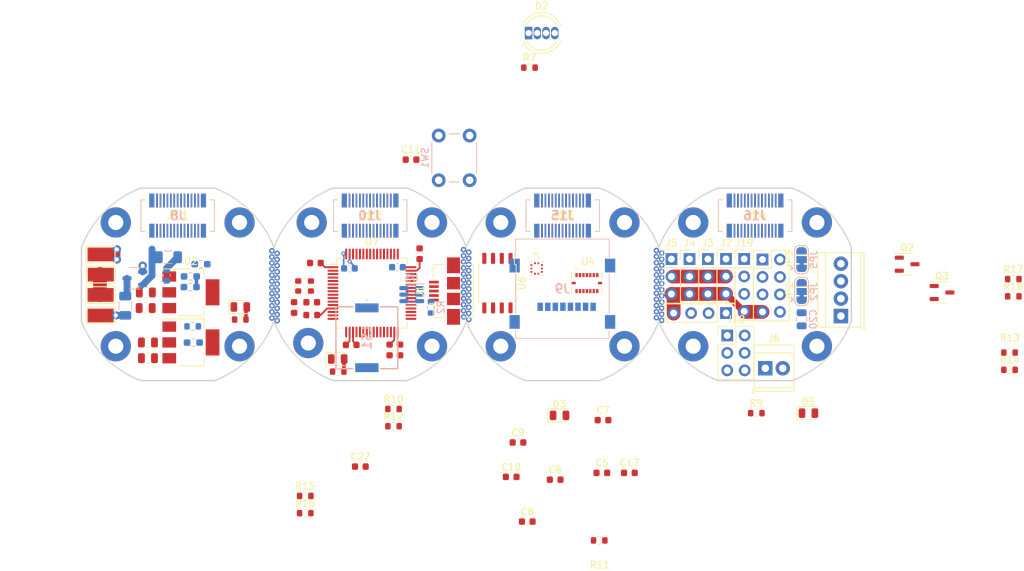
<source format=kicad_pcb>
(kicad_pcb (version 20221018) (generator pcbnew)
  (layers (0 "F.Cu" signal) (1 "In1.Cu" signal) (2 "In2.Cu" signal) (31 "B.Cu" signal) (34 "B.Paste" user) (35 "F.Paste" user) (36 "B.SilkS" user "B.Silkscreen") (37 "F.SilkS" user "F.Silkscreen") (38 "B.Mask" user) (39 "F.Mask" user) (44 "Edge.Cuts" user))
  (net 0 "")
  (net 1 "+12V")
  (net 2 "GND")
  (net 3 "+3V3")
  (net 4 "+5V")
  (net 5 "RESET")
  (net 6 "+3.3VA")
  (net 7 "Net-(U7-VCAP_2)")
  (net 8 "Net-(U7-VCAP_1)")
  (net 9 "VBUS")
  (net 10 "Net-(D3-A)")
  (net 11 "Net-(D4-A)")
  (net 12 "Net-(D5-A)")
  (net 13 "TOGGLED12V")
  (net 14 "Net-(Q1-D)")
  (net 15 "+12P")
  (net 16 "Net-(F2-Pad2)")
  (net 17 "USB CON D-")
  (net 18 "USB CON D+")
  (net 22 "CS SD")
  (net 23 "MOSI")
  (net 24 "SCK")
  (net 25 "MISO")
  (net 31 "BOOT0")
  (net 32 "USART2 TX")
  (net 33 "USART2 RX")
  (net 34 "SDA")
  (net 35 "SCL")
  (net 36 "SERVO1")
  (net 37 "SERVO2")
  (net 38 "SERVO3")
  (net 39 "SERVO4")
  (net 40 "ACCEL INT2")
  (net 41 "Net-(D2-K)")
  (net 42 "ACCEL INT1")
  (net 43 "P2 EN")
  (net 44 "GYRO INT3")
  (net 45 "PB14")
  (net 46 "GYRO INT4")
  (net 47 "PB15")
  (net 48 "BARO INT")
  (net 49 "BUZZER")
  (net 50 "Net-(U1-ADJ)")
  (net 51 "Net-(U2-ADJ)")
  (net 52 "Net-(R3-Pad2)")
  (net 53 "USB D+")
  (net 54 "USB D-")
  (net 57 "FLASH CS")
  (net 61 "OSCIN")
  (net 65 "BATT SENSE")
  (net 67 "SERVOPOWER")
  (net 78 "LED BLUE")
  (net 79 "LED GREEN")
  (net 80 "LED RED")
  (net 84 "Net-(Q2-D)")
  (net 85 "P1 EN")
  (net 86 "Net-(Q3-D)")
  (net 87 "P2-")
  (net 88 "P1-")
  (net 89 "SPI POWER")
  (net 90 "I2C POWER")
  (net 91 "UART POWER")
  (net 92 "ARM+")
  (net 93 "+BATT")
  (net 94 "PC8")
  (net 95 "Net-(D6-A)")
  (footprint "MountingHole:MountingHole_2.2mm_M2_Pad" (layer "F.Cu") (at 130.25 111.064835)
    (fp_text reference "H2")
    (fp_text value "MountingHole_Pad")
  )
  (footprint "LED_SMD:LED_0805_2012Metric" (layer "F.Cu") (at 185.0113 120.8024)
    (fp_text reference "D5")
    (fp_text value "LED")
  )
  (footprint "TestPoint:TestPoint_Keystone_5019_Minature" (layer "F.Cu") (at 82.0674 100.6602)
    (fp_text reference "TP1")
    (fp_text value "Connector")
  )
  (footprint "SamacSys_Parts:AXK5S30347YG" (layer "F.Cu") (at 177.25 92.064835)
    (fp_text reference "J14")
    (fp_text value "BOARDTOBOARDF" hide)
  )
  (footprint "Capacitor_SMD:C_0603_1608Metric" (layer "F.Cu") (at 155.1302 121.8184)
    (fp_text reference "C7")
    (fp_text value "0.1uf")
  )
  (footprint "MountingHole:MountingHole_2.2mm_M2_Pad" (layer "F.Cu") (at 130.25 93.064835)
    (fp_text reference "H4")
    (fp_text value "MountingHole_Pad")
  )
  (footprint "Capacitor_SMD:C_0603_1608Metric" (layer "F.Cu") (at 119.8248 128.5748)
    (fp_text reference "C27")
    (fp_text value "100nf")
  )
  (footprint "Capacitor_SMD:C_0603_1608Metric" (layer "F.Cu") (at 124.079 111.6076 -90)
    (fp_text reference "C29")
    (fp_text value "2u2")
  )
  (footprint "Capacitor_SMD:C_0603_1608Metric" (layer "F.Cu") (at 148.1712 130.4798)
    (fp_text reference "C6")
    (fp_text value "0.1uf")
  )
  (footprint "MountingHole:MountingHole_2.2mm_M2_Pad" (layer "F.Cu") (at 140.25 111.064835)
    (fp_text reference "H7")
    (fp_text value "MountingHole_Pad")
  )
  (footprint "MountingHole:MountingHole_2.2mm_M2_Pad" (layer "F.Cu") (at 158.25 93.064835)
    (fp_text reference "H6")
    (fp_text value "MountingHole_Pad")
  )
  (footprint "Resistor_SMD:R_0603_1608Metric" (layer "F.Cu") (at 124.65 122.7074)
    (fp_text reference "R12")
    (fp_text value "6k")
  )
  (footprint "Jumper:SolderJumper-3_P1.3mm_Bridged12_RoundedPad1.0x1.5mm" (layer "F.Cu") (at 184.023 98.4712 90)
    (fp_text reference "JP3")
    (fp_text value "UART POWER")
  )
  (footprint "MountingHole:MountingHole_2.2mm_M2_Pad" (layer "F.Cu") (at 84.25 93.064835)
    (fp_text reference "H13")
    (fp_text value "MountingHole_Pad")
  )
  (footprint "Capacitor_SMD:C_0805_2012Metric" (layer "F.Cu") (at 88.6206 103.251 180)
    (fp_text reference "C4")
    (fp_text value "1uf")
  )
  (footprint "MountingHole:MountingHole_2.2mm_M2_Pad" (layer "F.Cu") (at 112.75 93.064835)
    (fp_text reference "H1")
    (fp_text value "MountingHole_Pad")
  )
  (footprint "Capacitor_SMD:C_0603_1608Metric" (layer "F.Cu") (at 112.7506 104.6734 180)
    (fp_text reference "C19")
    (fp_text value "0.1uf")
  )
  (footprint "Resistor_SMD:R_0603_1608Metric" (layer "F.Cu") (at 116.6114 114.7572 180)
    (fp_text reference "R8")
    (fp_text value "470")
  )
  (footprint "Capacitor_SMD:C_0603_1608Metric" (layer "F.Cu") (at 144.1066 136.5758)
    (fp_text reference "C8")
    (fp_text value "0.1uf")
  )
  (footprint "Jumper:SolderJumper-3_P1.3mm_Bridged12_RoundedPad1.0x1.5mm" (layer "F.Cu") (at 184.023 103.1032 90)
    (fp_text reference "JP1")
    (fp_text value "Servo Power")
  )
  (footprint "Connector_PinHeader_2.54mm:PinHeader_1x03_P2.54mm_Vertical" (layer "F.Cu") (at 165.0746 98.3892)
    (fp_text reference "J5")
    (fp_text value "Servo4")
  )
  (footprint "Package_TO_SOT_SMD:SOT-23-3" (layer "F.Cu") (at 199.3701 99.1362)
    (fp_text reference "Q2")
    (fp_text value "Q_NMOS_GSD")
  )
  (footprint "LED_THT:LED_D5.0mm-4_RGB" (layer "F.Cu") (at 144.2974 65.5066)
    (fp_text reference "D2")
    (fp_text value "LED_GKRB")
  )
  (footprint "Package_TO_SOT_SMD:SOT-23-3" (layer "F.Cu") (at 204.4501 103.251)
    (fp_text reference "Q3")
    (fp_text value "Q_NMOS_GSD")
  )
  (footprint "Oscillator:Oscillator_SMD_ECS_2520MV-xxx-xx-4Pin_2.5x2.0mm" (layer "F.Cu") (at 111.7092 102.3112 90)
    (fp_text reference "X1")
    (fp_text value "ECS-2520MV-xxx-xx")
  )
  (footprint "Connector_PinHeader_2.54mm:PinHeader_1x03_P2.54mm_Vertical" (layer "F.Cu") (at 173.0248 98.3638)
    (fp_text reference "J2")
    (fp_text value "Servo1")
  )
  (footprint "Resistor_SMD:R_0603_1608Metric" (layer "F.Cu") (at 154.5722 139.319)
    (fp_text reference "R11")
    (fp_text value "470")
  )
  (footprint "Capacitor_SMD:C_0603_1608Metric" (layer "F.Cu") (at 141.7698 130.0734)
    (fp_text reference "C10")
    (fp_text value "0.1uf")
  )
  (footprint "Capacitor_SMD:C_0805_2012Metric" (layer "F.Cu") (at 88.9254 110.5154 180)
    (fp_text reference "C3")
    (fp_text value "1uf")
  )
  (footprint "SamacSys_Parts:AXK5S30347YG" (layer "F.Cu") (at 93.25 92.064835)
    (fp_text reference "J11")
    (fp_text value "BOARDTOBOARDF" hide)
  )
  (footprint "MountingHole:MountingHole_2.2mm_M2_Pad" (layer "F.Cu") (at 102.25 111.064835)
    (fp_text reference "H15")
    (fp_text value "MountingHole_Pad")
  )
  (footprint "Resistor_SMD:R_0603_1608Metric" (layer "F.Cu") (at 124.65 120.1974)
    (fp_text reference "R10")
    (fp_text value "20k")
  )
  (footprint "Capacitor_SMD:C_0603_1608Metric" (layer "F.Cu") (at 128.4478 97.6122 90)
    (fp_text reference "C28")
    (fp_text value "2u2")
  )
  (footprint "Resistor_SMD:R_0603_1608Metric" (layer "F.Cu") (at 214.2622 111.9932)
    (fp_text reference "R13")
    (fp_text value "470")
  )
  (footprint "Capacitor_SMD:C_0603_1608Metric" (layer "F.Cu") (at 113.284 98.9584)
    (fp_text reference "C15")
    (fp_text value "100nf")
  )
  (footprint "Connector_PinHeader_2.54mm:PinHeader_2x04_P2.54mm_Vertical" (layer "F.Cu") (at 178.3334 98.4504)
    (fp_text reference "J17")
    (fp_text value "Conn_02x04_Odd_Even")
  )
  (footprint "SnapEDA Library:XDCR_BMP390L" (layer "F.Cu") (at 145.4776 99.757535)
    (fp_text reference "U5")
    (fp_text value "BMP390L")
  )
  (footprint "Connector_PinHeader_2.54mm:PinHeader_1x03_P2.54mm_Vertical" (layer "F.Cu") (at 167.7162 98.3892)
    (fp_text reference "J4")
    (fp_text value "Servo3")
  )
  (footprint "MountingHole:MountingHole_2.2mm_M2_Pad" (layer "F.Cu") (at 112.25 110.603835)
    (fp_text reference "H3")
    (fp_text value "MountingHole_Pad")
  )
  (footprint "Connector_PinHeader_2.54mm:PinHeader_1x04_P2.54mm_Vertical" (layer "F.Cu") (at 175.6664 98.3742)
    (fp_text reference "J19")
    (fp_text value "I2C HEADER")
  )
  (footprint "Resistor_SMD:R_0603_1608Metric" (layer "F.Cu") (at 214.2622 114.5032)
    (fp_text reference "R14")
    (fp_text value "10")
  )
  (footprint "LED_SMD:LED_0805_2012Metric" (layer "F.Cu") (at 148.7955 121.1326)
    (fp_text reference "D3")
    (fp_text value "LED")
  )
  (footprint "TestPoint:TestPoint_Keystone_5019_Minature" (layer "F.Cu") (at 82.042 97.7138)
    (fp_text reference "TP2")
    (fp_text value "Connector")
  )
  (footprint "Capacitor_SMD:C_0805_2012Metric" (layer "F.Cu") (at 88.5952 105.5116 180)
    (fp_text reference "C2")
    (fp_text value "0.1uf")
  )
  (footprint "MountingHole:MountingHole_2.2mm_M2_Pad" (layer "F.Cu") (at 102.25 93.064835)
    (fp_text reference "H14")
    (fp_text value "MountingHole_Pad")
  )
  (footprint "SnapEDA Library:PQFN50P450X300X100-16N" (layer "F.Cu") (at 152.781 101.8794)
    (fp_text reference "U4")
    (fp_text value "BMI088")
  )
  (footprint "SamacSys_Parts:AXK5S30347YG" (layer "F.Cu") (at 121.25 92.064835)
    (fp_text reference "J12")
    (fp_text value "BOARDTOBOARDF" hide)
  )
  (footprint "Capacitor_SMD:C_0603_1608Metric" (layer "F.Cu") (at 110.1852 105.4354 90)
    (fp_text reference "C18")
    (fp_text value "1uf")
  )
  (footprint "LED_SMD:LED_0805_2012Metric" (layer "F.Cu") (at 116.5352 112.9284)
    (fp_text reference "D4")
    (fp_text value "LED")
  )
  (footprint "TestPoint:TestPoint_Keystone_5019_Minature" (layer "F.Cu") (at 82.042 103.6066)
    (fp_text reference "TP3")
    (fp_text value "Connector")
  )
  (footprint "MountingHole:MountingHole_2.2mm_M2_Pad" (layer "F.Cu") (at 84.25 111.064835)
    (fp_text reference "H16")
    (fp_text value "MountingHole_Pad")
  )
  (footprint "MountingHole:MountingHole_2.2mm_M2_Pad" (layer "F.Cu") (at 168.25 93.064835)
    (fp_text reference "H10")
    (fp_text value "MountingHole_Pad")
  )
  (footprint "Package_TO_SOT_SMD:SOT-223-3_TabPin2" (layer "F.Cu") (at 95.1738 103.2256)
    (fp_text reference "U2")
    (fp_text value "LM317_SOT-223")
  )
  (footprint "Resistor_SMD:R_0603_1608Metric" (layer "F.Cu") (at 144.4274 70.5366)
    (fp_text reference "R7")
    (fp_text value "470")
  )
  (footprint "Capacitor_SMD:C_0603_1608Metric" (layer "F.Cu") (at 154.9556 129.4892)
    (fp_text reference "C5")
    (fp_text value "0.1uf")
  )
  (footprint "TestPoint:TestPoint_Keystone_5019_Minature" (layer "F.Cu") (at 82.042 106.6038)
    (fp_text reference "TP4")
    (fp_text value "Connector")
  )
  (footprint "Capacitor_SMD:C_0603_1608Metric" (layer "F.Cu") (at 127.2032 83.9216)
    (fp_text reference "C11")
    (fp_text value "100nf")
  )
  (footprint "Connector_PinHeader_2.54mm:PinHeader_2x03_P2.54mm_Vertical" (layer "F.Cu") (at 173.2026 109.4994)
    (fp_text reference "J18")
    (fp_text value "SPI HEADER")
  )
  (footprint "Resistor_SMD:R_0603_1608Metric" (layer "F.Cu") (at 111.8108 135.3566)
    (fp_text reference "R16")
    (fp_text value "2k2")
  )
  (footprint "MountingHole:MountingHole_2.2mm_M2_Pad" (layer "F.Cu") (at 158.25 111.064835)
    (fp_text reference "H8")
    (fp_text value "MountingHole_Pad")
  )
  (footprint "SamacSys_Parts:AXK5S30347YG" (layer "F.Cu") (at 149.25 92.064835)
    (fp_text reference "J13")
    (fp_text value "BOARDTOBOARDF" hide)
  )
  (footprint "MountingHole:MountingHole_2.2mm_M2_Pad" (layer "F.Cu") (at 186.25 93.064835)
    (fp_text reference "H11")
    (fp_text value "MountingHole_Pad")
  )
  (footprint "Capacitor_SMD:C_0805_2012Metric" (layer "F.Cu") (at 88.9254 112.8014 180)
    (fp_text reference "C1")
    (fp_text value "0.1uf")
  )
  (footprint "MountingHole:MountingHole_2.2mm_M2_Pad" (layer "F.Cu") (at 140.25 93.064835)
    (fp_text reference "H5")
    (fp_text value "MountingHole_Pad")
  )
  (footprint "TerminalBlock_TE-Connectivity:TerminalBlock_TE_282834-4_1x04_P2.54mm_Horizontal" (layer "F.Cu") (at 189.738 106.68 90)
    (fp_text reference "J7")
    (fp_text value "Screw_Terminal_01x04")
  )
  (footprint "LED_SMD:LED_0805_2012Metric" (layer "F.Cu") (at 102.362 105.3592)
    (fp_text reference "D6")
    (fp_text value "LED")
  )
  (footprint "Connector_USB:USB_Micro-B_Amphenol_10104110_Horizontal" (layer "F.Cu") (at 132.0806 103.0432 90)
    (fp_text reference "J1")
    (fp_text value "USB_B_Micro")
  )
  (footprint "Package_TO_SOT_SMD:SOT-223-3_TabPin2" (layer "F.Cu") (at 95.1738 110.5154)
    (fp_text reference "U1")
    (fp_text value "LM317_SOT-223")
  )
  (footprint "Capacitor_SMD:C_0603_1608Metric" (layer "F.Cu") (at 158.9656 129.4892)
    (fp_text reference "C17")
    (fp_text value "1uf")
  )
  (footprint "Inductor_SMD:L_0603_1608Metric" (layer "F.Cu") (at 112.7506 106.5276 180)
    (fp_text reference "FB2")
    (fp_text value "600 @ 600MHz")
  )
  (footprint "Resistor_SMD:R_0603_1608Metric" (layer "F.Cu") (at 214.821 103.8098)
    (fp_text reference "R18")
    (fp_text value "10")
  )
  (footprint "Capacitor_SMD:C_0603_1608Metric" (layer "F.Cu") (at 125.603 111.6076 90)
    (fp_text reference "C14")
    (fp_text value "100nf")
  )
  (footprint "Package_SO:SOIC-8_5.23x5.23mm_P1.27mm" (layer "F.Cu") (at 139.7666 101.891635 -90)
    (fp_text reference "U6")
    (fp_text value "W25Q32JVSS")
  )
  (footprint "Resistor_SMD:R_0603_1608Metric" (layer "F.Cu") (at 177.4322 120.8024)
    (fp_text reference "R9")
    (fp_text value "470")
  )
  (footprint "Resistor_SMD:R_0603_1608Metric" (layer "F.Cu") (at 102.362 107.188 180)
    (fp_text reference "R19")
    (fp_text value "470")
  )
  (footprint "Connector_PinHeader_2.54mm:PinHeader_1x03_P2.54mm_Vertical" (layer "F.Cu") (at 170.3832 98.3892)
    (fp_text reference "J3")
    (fp_text value "Servo2")
  )
  (footprint "MountingHole:MountingHole_2.2mm_M2_Pad" (layer "F.Cu") (at 186.25 111.064835)
    (fp_text reference "H12")
    (fp_text value "MountingHole_Pad")
  )
  (footprint "Capacitor_SMD:C_0603_1608Metric" (layer "F.Cu") (at 118.491 110.871)
    (fp_text reference "C13")
    (fp_text value "100nf")
  )
  (footprint "Resistor_SMD:R_0603_1608Metric" (layer "F.Cu") (at 214.821 101.2998)
    (fp_text reference "R17")
    (fp_text value "470")
  )
  (footprint "Connector_PinHeader_2.54mm:PinHeader_1x04_P2.54mm_Vertical" (layer "F.Cu") (at 173.0248 106.2482 -90)
    (fp_text reference "J20")
    (fp_text value "UART HEADER")
  )
  (footprint "Resistor_SMD:R_0603_1608Metric" (layer "F.Cu") (at 111.8108 132.8466)
    (fp_text reference "R15")
    (fp_text value "2k2")
  )
  (footprint "MountingHole:MountingHole_2.2mm_M2_Pad" (layer "F.Cu") (at 168.25 111.064835)
    (fp_text reference "H9")
    (fp_text value "MountingHole_Pad")
  )
  (footprint "TerminalBlock_TE-Connectivity:TerminalBlock_TE_282834-2_1x02_P2.54mm_Horizontal" (layer "F.Cu") (at 178.7398 114.2746)
    (fp_text reference "J6")
    (fp_text value "Screw_Terminal_01x02")
  )
  (footprint "Package_QFP:LQFP-64_10x10mm_P0.5mm" (layer "F.Cu") (at 121.5136 103.3272)
    (fp_text reference "U7")
    (fp_text value "STM32F405RGTx")
  )
  (footprint "Capacitor_SMD:C_0603_1608Metric" (layer "F.Cu") (at 142.7604 125.0696)
    (fp_text reference "C9")
    (fp_text value "1uf")
  )
  (footprint "Resistor_SMD:R_0603_1608Metric_Pad0.98x0.95mm_HandSolder" (layer "B.Cu") (at 95.5294 110.5408 180)
    (fp_text reference "R5")
    (fp_text value "240")
  )
  (footprint "Package_TO_SOT_SMD:SOT-23-6" (layer "B.Cu") (at 127.3048 103.5558 180)
    (fp_text reference "U3")
    (fp_text value "USBLC6-2SC6")
  )
  (footprint "Package_TO_SOT_SMD:SOT-23-3" (layer "B.Cu") (at 87.0204 101.1936 180)
    (fp_text reference "Q1")
    (fp_text value "AO3401A")
  )
  (footprint "SamacSys_Parts:PKMCS0909E4000R1" (layer "B.Cu") (at 120.777 109.8362 -90)
    (fp_text reference "LS1")
    (fp_text value "PKMCS0909E4000-R1" hide)
  )
  (footprint "Capacitor_SMD:C_0805_2012Metric" (layer "B.Cu") (at 184.023 107.1474 90)
    (fp_text reference "C20")
    (fp_text value "100uf")
  )
  (footprint "SamacSys_Parts:AXK5S30347YG" (layer "B.Cu") (at 121.25 92.064835)
    (fp_text reference "J10")
    (fp_text value "BOARDTOBOARDB" hide)
  )
  (footprint "Jumper:SolderJumper-3_P1.3mm_Bridged12_RoundedPad1.0x1.5mm" (layer "B.Cu") (at 183.9976 98.4712 90)
    (fp_text reference "JP5")
    (fp_text value "SPI Power")
  )
  (footprint "Fuse:Fuse_1206_3216Metric" (layer "B.Cu") (at 91.8464 98.1202)
    (fp_text reference "F2")
    (fp_text value "200ma")
  )
  (footprint "Resistor_SMD:R_0603_1608Metric_Pad0.98x0.95mm_HandSolder" (layer "B.Cu") (at 95.0722 102.4636 180)
    (fp_text reference "R4")
    (fp_text value "330")
  )
  (footprint "SamacSys_Parts:AXK5S30347YG" (layer "B.Cu") (at 149.25 92.064835)
    (fp_text reference "J15")
    (fp_text value "BOARDTOBOARDB" hide)
  )
  (footprint "Resistor_SMD:R_0603_1608Metric_Pad0.98x0.95mm_HandSolder" (layer "B.Cu") (at 95.0976 100.9142)
    (fp_text reference "R3")
    (fp_text value "400")
  )
  (footprint "Resistor_SMD:R_0603_1608Metric_Pad0.98x0.95mm_HandSolder" (layer "B.Cu") (at 96.647 99.1362 180)
    (fp_text reference "R6")
    (fp_text value "240")
  )
  (footprint "Resistor_SMD:R_0603_1608Metric" (layer "B.Cu") (at 130.0988 105.41 90)
    (fp_text reference "R2")
    (fp_text value "1k5")
  )
  (footprint "Fuse:Fuse_1206_3216Metric" (layer "B.Cu") (at 85.6234 105.1784 90)
    (fp_text reference "F1")
    (fp_text value "2a")
  )
  (footprint "SamacSys_Parts:AXK5S30347YG" (layer "B.Cu") (at 93.25 92.064835)
    (fp_text reference "J8")
    (fp_text value "BOARDTOBOARDB" hide)
  )
  (footprint "SamacSys_Parts:AXK5S30347YG" (layer "B.Cu") (at 177.25 92.064835)
    (fp_text reference "J16")
    (fp_text value "BOARDTOBOARDB" hide)
  )
  (footprint "Jumper:SolderJumper-3_P1.3mm_Bridged12_RoundedPad1.0x1.5mm" (layer "B.Cu") (at 184.023 103.094 90)
    (fp_text reference "JP2")
    (fp_text value "I2C POWER")
  )
  (footprint "Capacitor_SMD:C_0603_1608Metric" (layer "B.Cu") (at 118.237 99.7458 180)
    (fp_text reference "C16")
    (fp_text value "100nf")
  )
  (footprint "Resistor_SMD:R_0603_1608Metric" (layer "B.Cu") (at 95.4278 108.1786)
    (fp_text reference "R1")
    (fp_text value "400")
  )
  (footprint "Capacitor_SMD:C_0603_1608Metric" (layer "B.Cu") (at 125.222 99.568)
    (fp_text reference "C12")
    (fp_text value "100nf")
  )
  (footprint "SamacSys_Parts:MEM20670218000A" (layer "B.Cu") (at 149.2154 107.529435 180)
    (fp_text reference "J9")
    (fp_text value "MEM2067-02-180-00-A" hide)
  )
  (footprint "Button_Switch_THT:SW_PUSH_6mm" (layer "B.Cu") (at 131.227 80.4176 -90)
    (fp_text reference "SW1")
    (fp_text value "SW_MEC_5E")
  )
  (footprint "Inductor_SMD:L_0603_1608Metric" (layer "B.Cu") (at 91.6432 100.7364 -90)
    (fp_text reference "FB1")
    (fp_text value "600 @600mhz")
  )
  (gr_arc (start 135.25 107.45) (mid 131.856602 112.671437) (end 126.635165 116.064835) (stroke (width 0.2)) (layer "Edge.Cuts"))
  (gr_arc (start 115.864835 116.064835) (mid 110.643398 112.671437) (end 107.25 107.45) (stroke (width 0.2)) (layer "Edge.Cuts"))
  (gr_arc (start 79.25 96.67967) (mid 82.64339 91.458225) (end 87.864835 88.064835) (stroke (width 0.2)) (layer "Edge.Cuts"))
  (gr_line (start 191.25 107.45) (end 191.25 96.67967) (stroke (width 0.2)) (layer "Edge.Cuts"))
  (gr_arc (start 182.635165 88.064835) (mid 187.856602 91.458233) (end 191.25 96.67967) (stroke (width 0.2)) (layer "Edge.Cuts"))
  (gr_arc (start 98.635165 88.064835) (mid 103.856597 91.458238) (end 107.25 96.67967) (stroke (width 0.2)) (layer "Edge.Cuts"))
  (gr_line (start 98.635165 88.064835) (end 87.864835 88.064835) (stroke (width 0.2)) (layer "Edge.Cuts"))
  (gr_line (start 182.635165 88.064835) (end 171.864835 88.064835) (stroke (width 0.2)) (layer "Edge.Cuts"))
  (gr_arc (start 191.25 107.45) (mid 187.856602 112.671437) (end 182.635165 116.064835) (stroke (width 0.2)) (layer "Edge.Cuts"))
  (gr_arc (start 154.635165 88.064835) (mid 159.856602 91.458233) (end 163.25 96.67967) (stroke (width 0.2)) (layer "Edge.Cuts"))
  (gr_line (start 154.635165 88.064835) (end 143.864835 88.064835) (stroke (width 0.2)) (layer "Edge.Cuts"))
  (gr_arc (start 87.864835 116.064835) (mid 82.643392 112.671443) (end 79.25 107.45) (stroke (width 0.2)) (layer "Edge.Cuts"))
  (gr_arc (start 163.25 96.67967) (mid 166.643398 91.458233) (end 171.864835 88.064835) (stroke (width 0.2)) (layer "Edge.Cuts"))
  (gr_line (start 126.635165 88.064835) (end 115.864835 88.064835) (stroke (width 0.2)) (layer "Edge.Cuts"))
  (gr_line (start 79.25 107.45) (end 79.25 96.67967) (stroke (width 0.2)) (layer "Edge.Cuts"))
  (gr_arc (start 171.864835 116.064835) (mid 166.643398 112.671437) (end 163.25 107.45) (stroke (width 0.2)) (layer "Edge.Cuts"))
  (gr_arc (start 107.25 107.45) (mid 103.856593 112.671428) (end 98.635165 116.064835) (stroke (width 0.2)) (layer "Edge.Cuts"))
  (gr_arc (start 143.864835 116.064835) (mid 138.643398 112.671437) (end 135.25 107.45) (stroke (width 0.2)) (layer "Edge.Cuts"))
  (gr_line (start 182.635165 116.064835) (end 171.864835 116.064835) (stroke (width 0.2)) (layer "Edge.Cuts"))
  (gr_arc (start 126.635165 88.064835) (mid 131.856603 91.458232) (end 135.25 96.67967) (stroke (width 0.2)) (layer "Edge.Cuts"))
  (gr_line (start 126.635165 116.064835) (end 115.864835 116.064835) (stroke (width 0.2)) (layer "Edge.Cuts"))
  (gr_line (start 98.635165 116.064835) (end 87.864835 116.064835) (stroke (width 0.2)) (layer "Edge.Cuts"))
  (gr_arc (start 163.25 107.45) (mid 159.856602 112.671437) (end 154.635165 116.064835) (stroke (width 0.2)) (layer "Edge.Cuts"))
  (gr_line (start 154.635165 116.064835) (end 143.864835 116.064835) (stroke (width 0.2)) (layer "Edge.Cuts"))
  (gr_arc (start 107.25 96.67967) (mid 110.643398 91.458233) (end 115.864835 88.064835) (stroke (width 0.2)) (layer "Edge.Cuts"))
  (gr_arc (start 135.25 96.67967) (mid 138.643398 91.458233) (end 143.864835 88.064835) (stroke (width 0.2)) (layer "Edge.Cuts"))
  (segment (start 118.263647 98.738705) (end 118.263647 97.652247) (width 0.254) (layer "F.Cu") (net 2))
  (segment (start 175.6664 105.9942) (end 175.5752 105.9942) (width 1) (layer "F.Cu") (net 2))
  (segment (start 165.4048 106.3244) (end 165.4048 103.7994) (width 2) (layer "F.Cu") (net 2))
  (segment (start 165.4048 103.7994) (end 165.0746 103.4692) (width 2) (layer "F.Cu") (net 2))
  (segment (start 118.263647 97.652247) (end 118.2636 97.6522) (width 0.254) (layer "F.Cu") (net 2))
  (segment (start 173.0248 103.4438) (end 170.4086 103.4438) (width 2) (layer "F.Cu") (net 2))
  (segment (start 178.3334 106.0704) (end 175.7426 106.0704) (width 2) (layer "F.Cu") (net 2))
  (segment (start 118.2636 110.3234) (end 118.2636 109.0022) (width 0.254) (layer "F.Cu") (net 2))
  (segment (start 81.9404 97.4852) (end 84.3788 97.4852) (width 1) (layer "F.Cu") (net 2))
  (segment (start 165.0746 103.4692) (end 167.7162 103.4692) (width 2) (layer "F.Cu") (net 2))
  (segment (start 175.5752 105.9942) (end 173.0248 103.4438) (width 1) (layer "F.Cu") (net 2))
  (segment (start 84.4042 98.4504) (end 84.4042 96.9772) (width 1) (layer "F.Cu") (net 2))
  (segment (start 170.3832 103.4692) (end 167.7162 103.4692) (width 2) (layer "F.Cu") (net 2))
  (segment (start 170.4086 103.4438) (end 170.3832 103.4692) (width 2) (layer "F.Cu") (net 2))
  (segment (start 117.716 110.871) (end 118.2636 110.3234) (width 0.254) (layer "F.Cu") (net 2))
  (segment (start 84.3788 97.4852) (end 84.4042 98.4504) (width 1) (layer "F.Cu") (net 2))
  (via (at 106.9594 98.0694) (size 0.8) (drill 0.4) (layers "F.Cu" "B.Cu") (net 2))
  (via (at 106.9594 99.8474) (size 0.8) (drill 0.4) (layers "F.Cu" "B.Cu") (net 2))
  (via (at 162.906 101.586835) (size 0.8) (drill 0.4) (layers "F.Cu" "B.Cu") (net 2))
  (via (at 135.601 103.618835) (size 0.8) (drill 0.4) (layers "F.Cu" "B.Cu") (net 2))
  (via (at 162.906 105.142835) (size 0.8) (drill 0.4) (layers "F.Cu" "B.Cu") (net 2))
  (via (at 107.7214 101.1174) (size 0.8) (drill 0.4) (layers "F.Cu" "B.Cu") (net 2))
  (via (at 107.7214 98.4504) (size 0.8) (drill 0.4) (layers "F.Cu" "B.Cu") (net 2))
  (via (at 135.601 107.174835) (size 0.8) (drill 0.4) (layers "F.Cu" "B.Cu") (net 2))
  (via (at 163.668 98.411835) (size 0.8) (drill 0.4) (layers "F.Cu" "B.Cu") (net 2))
  (via (at 135.601 99.173835) (size 0.8) (drill 0.4) (layers "F.Cu" "B.Cu") (net 2))
  (via (at 163.668 103.745835) (size 0.8) (drill 0.4) (layers "F.Cu" "B.Cu") (net 2))
  (via (at 84.4042 96.9772) (size 1.2) (drill 0.6) (layers "F.Cu" "B.Cu") (net 2))
  (via (at 163.668 105.523835) (size 0.8) (drill 0.4) (layers "F.Cu" "B.Cu") (net 2))
  (via (at 163.668 106.412835) (size 0.8) (drill 0.4) (layers "F.Cu" "B.Cu") (net 2))
  (via (at 162.906 98.919835) (size 0.8) (drill 0.4) (layers "F.Cu" "B.Cu") (net 2))
  (via (at 135.601 106.285835) (size 0.8) (drill 0.4) (layers "F.Cu" "B.Cu") (net 2))
  (via (at 135.601 98.284835) (size 0.8) (drill 0.4) (layers "F.Cu" "B.Cu") (net 2))
  (via (at 162.906 104.253835) (size 0.8) (drill 0.4) (layers "F.Cu" "B.Cu") (net 2))
  (via (at 163.668 99.300835) (size 0.8) (drill 0.4) (layers "F.Cu" "B.Cu") (net 2))
  (via (at 134.839 99.681835) (size 0.8) (drill 0.4) (layers "F.Cu" "B.Cu") (net 2))
  (via (at 107.7214 100.2284) (size 0.8) (drill 0.4) (layers "F.Cu" "B.Cu") (net 2))
  (via (at 107.7214 103.7844) (size 0.8) (drill 0.4) (layers "F.Cu" "B.Cu") (net 2))
  (via (at 106.9594 102.5144) (size 0.8) (drill 0.4) (layers "F.Cu" "B.Cu") (net 2))
  (via (at 162.906 98.030835) (size 0.8) (drill 0.4) (layers "F.Cu" "B.Cu") (net 2))
  (via (at 135.601 102.729835) (size 0.8) (drill 0.4) (layers "F.Cu" "B.Cu") (net 2))
  (via (at 135.601 105.396835) (size 0.8) (drill 0.4) (layers "F.Cu" "B.Cu") (net 2))
  (via (at 134.839 101.459835) (size 0.8) (drill 0.4) (layers "F.Cu" "B.Cu") (net 2))
  (via (at 134.839 103.237835) (size 0.8) (drill 0.4) (layers "F.Cu" "B.Cu") (net 2))
  (via (at 134.839 105.904835) (size 0.8) (drill 0.4) (layers "F.Cu" "B.Cu") (net 2))
  (via (at 134.839 106.793835) (size 0.8) (drill 0.4) (layers "F.Cu" "B.Cu") (net 2))
  (via (at 134.839 102.348835) (size 0.8) (drill 0.4) (layers "F.Cu" "B.Cu") (net 2))
  (via (at 106.9594 105.1814) (size 0.8) (drill 0.4) (layers "F.Cu" "B.Cu") (net 2))
  (via (at 107.7214 105.5624) (size 0.8) (drill 0.4) (layers "F.Cu" "B.Cu") (net 2))
  (via (at 162.906 106.031835) (size 0.8) (drill 0.4) (layers "F.Cu" "B.Cu") (net 2))
  (via (at 107.7214 102.8954) (size 0.8) (drill 0.4) (layers "F.Cu" "B.Cu") (net 2))
  (via (at 162.906 99.808835) (size 0.8) (drill 0.4) (layers "F.Cu" "B.Cu") (net 2))
  (via (at 107.7214 104.6734) (size 0.8) (drill 0.4) (layers "F.Cu" "B.Cu") (net 2))
  (via (at 106.9594 100.7364) (size 0.8) (drill 0.4) (layers "F.Cu" "B.Cu") (net 2))
  (via (at 134.839 100.570835) (size 0.8) (drill 0.4) (layers "F.Cu" "B.Cu") (net 2))
  (via (at 135.601 101.840835) (size 0.8) (drill 0.4) (layers "F.Cu" "B.Cu") (net 2))
  (via (at 163.668 101.967835) (size 0.8) (drill 0.4) (layers "F.Cu" "B.Cu") (net 2))
  (via (at 135.601 100.062835) (size 0.8) (drill 0.4) (layers "F.Cu" "B.Cu") (net 2))
  (via (at 106.9594 103.4034) (size 0.8) (drill 0.4) (layers "F.Cu" "B.Cu") (net 2))
  (via (at 163.668 104.634835) (size 0.8) (drill 0.4) (layers "F.Cu" "B.Cu") (net 2))
  (via (at 135.601 104.507835) (size 0.8) (drill 0.4) (layers "F.Cu" "B.Cu") (net 2))
  (via (at 107.7214 99.3394) (size 0.8) (drill 0.4) (layers "F.Cu" "B.Cu") (net 2))
  (via (at 162.906 100.697835) (size 0.8) (drill 0.4) (layers "F.Cu" "B.Cu") (net 2))
  (via (at 88.1634 99.3648) (size 1.2) (drill 0.6) (layers "F.Cu" "B.Cu") (net 2))
  (via (at 107.7214 102.0064) (size 0.8) (drill 0.4) (layers "F.Cu" "B.Cu") (net 2))
  (via (at 135.601 100.951835) (size 0.8) (drill 0.4) (layers "F.Cu" "B.Cu") (net 2))
  (via (at 106.9594 104.2924) (size 0.8) (drill 0.4) (layers "F.Cu" "B.Cu") (net 2))
  (via (at 107.7214 107.3404) (size 0.8) (drill 0.4) (layers "F.Cu" "B.Cu") (net 2))
  (via (at 106.9594 106.0704) (size 0.8) (drill 0.4) (layers "F.Cu" "B.Cu") (net 2))
  (via (at 163.668 102.856835) (size 0.8) (drill 0.4) (layers "F.Cu" "B.Cu") (net 2))
  (via (at 106.9594 101.6254) (size 0.8) (drill 0.4) (layers "F.Cu" "B.Cu") (net 2))
  (via (at 118.263647 98.738705) (size 0.6) (drill 0.3) (layers "F.Cu" "B.Cu") (net 2))
  (via (at 134.839 97.903835) (size 0.8) (drill 0.4) (layers "F.Cu" "B.Cu") (net 2))
  (via (at 106.9594 98.9584) (size 0.8) (drill 0.4) (layers "F.Cu" "B.Cu") (net 2))
  (via (at 163.668 101.078835) (size 0.8) (drill 0.4) (layers "F.Cu" "B.Cu") (net 2))
  (via (at 162.906 102.475835) (size 0.8) (drill 0.4) (layers "F.Cu" "B.Cu") (net 2))
  (via (at 162.906 106.920835) (size 0.8) (drill 0.4) (layers "F.Cu" "B.Cu") (net 2))
  (via (at 134.839 105.015835) (size 0.8) (drill 0.4) (layers "F.Cu" "B.Cu") (net 2))
  (via (at 84.4042 98.4504) (size 1.2) (drill 0.6) (layers "F.Cu" "B.Cu") (net 2))
  (via (at 106.9594 106.9594) (size 0.8) (drill 0.4) (layers "F.Cu" "B.Cu") (net 2))
  (via (at 163.668 107.301835) (size 0.8) (drill 0.4) (layers "F.Cu" "B.Cu") (net 2))
  (via (at 107.7214 106.4514) (size 0.8) (drill 0.4) (layers "F.Cu" "B.Cu") (net 2))
  (via (at 134.839 104.126835) (size 0.8) (drill 0.4) (layers "F.Cu" "B.Cu") (net 2))
  (via (at 163.668 100.189835) (size 0.8) (drill 0.4) (layers "F.Cu" "B.Cu") (net 2))
  (via (at 162.906 103.364835) (size 0.8) (drill 0.4) (layers "F.Cu" "B.Cu") (net 2))
  (via (at 134.839 98.792835) (size 0.8) (drill 0.4) (layers "F.Cu" "B.Cu") (net 2))
  (segment (start 88.1634 100.2381) (end 88.1579 100.2436) (width 1) (layer "B.Cu") (net 2))
  (segment (start 119.012 99.487058) (end 118.263647 98.738705) (width 0.254) (layer "B.Cu") (net 2))
  (segment (start 119.012 99.7458) (end 119.012 99.487058) (width 0.254) (layer "B.Cu") (net 2))
  (segment (start 88.1634 99.3648) (end 88.1634 100.2381) (width 1) (layer "B.Cu") (net 2))
  (segment (start 125.2636 110.4932) (end 125.603 110.8326) (width 0.254) (layer "F.Cu") (net 3))
  (segment (start 117.7636 97.6522) (end 117.4388 97.6522) (width 0.254) (layer "F.Cu") (net 3))
  (segment (start 114.6778 99.5772) (end 114.059 98.9584) (width 0.254) (layer "F.Cu") (net 3))
  (segment (start 118.7636 110.3686) (end 119.266 110.871) (width 0.254) (layer "F.Cu") (net 3))
  (segment (start 115.8386 99.5772) (end 114.6778 99.5772) (width 0.254) (layer "F.Cu") (net 3))
  (segment (start 125.2636 109.0022) (end 125.2636 110.4932) (width 0.254) (layer "F.Cu") (net 3))
  (segment (start 118.7636 109.0022) (end 118.7636 110.3686) (width 0.254) (layer "F.Cu") (net 3))
  (segment (start 117.4388 97.6522) (end 117.3734 97.5868) (width 0.254) (layer "F.Cu") (net 3))
  (via (at 106.9594 97.1804) (size 0.8) (drill 0.4) (layers "F.Cu" "B.Cu") (net 3))
  (via (at 162.906 97.141835) (size 0.8) (drill 0.4) (layers "F.Cu" "B.Cu") (net 3))
  (via (at 107.7214 97.5614) (size 0.8) (drill 0.4) (layers "F.Cu" "B.Cu") (net 3))
  (via (at 163.668 97.522835) (size 0.8) (drill 0.4) (layers "F.Cu" "B.Cu") (net 3))
  (via (at 135.601 97.395835) (size 0.8) (drill 0.4) (layers "F.Cu" "B.Cu") (net 3))
  (via (at 134.839 97.014835) (size 0.8) (drill 0.4) (layers "F.Cu" "B.Cu") (net 3))
  (via (at 117.3734 97.5868) (size 0.6) (drill 0.3) (layers "F.Cu" "B.Cu") (net 3))
  (segment (start 117.3734 97.5868) (end 117.3982 97.6116) (width 0.254) (layer "B.Cu") (net 3))
  (segment (start 117.3982 97.6116) (end 117.3982 99.1616) (width 0.254) (layer "B.Cu") (net 3))
  (segment (start 114.044686 106.5276) (end 114.995086 105.5772) (width 0.254) (layer "F.Cu") (net 6))
  (segment (start 113.5381 106.5276) (end 114.044686 106.5276) (width 0.254) (layer "F.Cu") (net 6))
  (segment (start 114.995086 105.5772) (end 115.8386 105.5772) (width 0.254) (layer "F.Cu") (net 6))
  (segment (start 127.1886 100.0772) (end 128.032114 100.0772) (width 0.254) (layer "F.Cu") (net 7))
  (segment (start 128.032114 100.0772) (end 128.4478 99.661514) (width 0.254) (layer "F.Cu") (net 7))
  (segment (start 128.4478 99.661514) (end 128.4478 98.3872) (width 0.254) (layer "F.Cu") (net 7))
  (segment (start 124.7636 110.148) (end 124.7636 109.0022) (width 0.254) (layer "F.Cu") (net 8))
  (segment (start 124.079 110.8326) (end 124.7636 110.148) (width 0.254) (layer "F.Cu") (net 8))
  (segment (start 117.4364 114.7572) (end 117.4364 112.9647) (width 0.5) (layer "F.Cu") (net 11))
  (segment (start 117.4364 112.9647) (end 117.4727 112.9284) (width 0.5) (layer "F.Cu") (net 11))
  (segment (start 84.2264 106.6038) (end 84.2518 106.5784) (width 1) (layer "F.Cu") (net 13))
  (segment (start 82.042 106.6038) (end 84.2264 106.6038) (width 1) (layer "F.Cu") (net 13))
  (via (at 84.2518 106.5784) (size 1.2) (drill 0.6) (layers "F.Cu" "B.Cu") (net 13))
  (segment (start 85.6234 106.5784) (end 84.2518 106.5784) (width 1) (layer "B.Cu") (net 13))
  (segment (start 85.8829 103.5189) (end 85.6234 103.7784) (width 1) (layer "B.Cu") (net 14))
  (segment (start 85.8829 101.1936) (end 85.8829 103.5189) (width 1) (layer "B.Cu") (net 14))
  (segment (start 89.5204 100.7811) (end 89.5204 96.9372) (width 1) (layer "B.Cu") (net 15))
  (segment (start 88.1579 102.1436) (end 89.5204 100.7811) (width 1) (layer "B.Cu") (net 15))
  (segment (start 91.6432 99.9489) (end 91.6432 99.7234) (width 1) (layer "B.Cu") (net 16))
  (segment (start 91.6432 99.7234) (end 93.2464 98.1202) (width 1) (layer "B.Cu") (net 16))
  (segment (start 177.250076 94.264911) (end 177.25 94.264835) (width 0.254) (layer "F.Cu") (net 40))
  (segment (start 177.750143 94.264692) (end 177.75 94.264835) (width 0.254) (layer "B.Cu") (net 42))
  (segment (start 178.249881 94.264954) (end 178.25 94.264835) (width 0.254) (layer "B.Cu") (net 44))
  (segment (start 180.262154 89.852681) (end 180.25 89.864835) (width 0.254) (layer "F.Cu") (net 45))
  (segment (start 178.750051 94.264784) (end 178.75 94.264835) (width 0.254) (layer "F.Cu") (net 46))
  (segment (start 179.250079 94.264914) (end 179.25 94.264835) (width 0.254) (layer "B.Cu") (net 48))
  (segment (start 95.9847 100.9396) (end 96.0101 100.9142) (width 0.5) (layer "B.Cu") (net 52))
  (segment (start 95.9847 102.4636) (end 95.9847 100.9396) (width 0.5) (layer "B.Cu") (net 52))
  (segment (start 167.7162 100.9292) (end 165.268 100.9292) (width 2) (layer "F.Cu") (net 67))
  (segment (start 172.9994 100.9292) (end 173.0248 100.9038) (width 2) (layer "F.Cu") (net 67))
  (segment (start 170.3832 100.9292) (end 172.9994 100.9292) (width 2) (layer "F.Cu") (net 67))
  (segment (start 170.3832 100.9292) (end 167.7162 100.9292) (width 2) (layer "F.Cu") (net 67))
  (segment (start 179.749946 94.264781) (end 179.75 94.264835) (width 0.254) (layer "F.Cu") (net 85))
  (segment (start 81.9404 100.5586) (end 81.9404 103.632) (width 2) (layer "F.Cu") (net 93))
  (segment (start 103.187 105.4717) (end 103.2995 105.3592) (width 0.5) (layer "F.Cu") (net 95))
  (segment (start 103.187 107.188) (end 103.187 105.4717) (width 0.5) (layer "F.Cu") (net 95))
)
</source>
